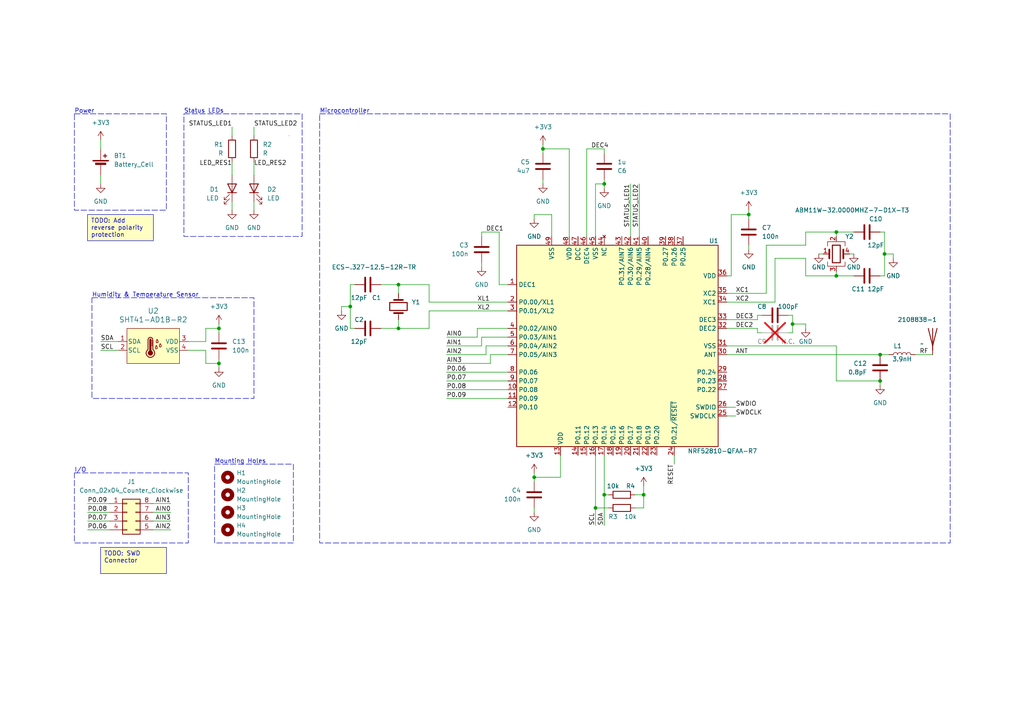
<source format=kicad_sch>
(kicad_sch (version 20230121) (generator eeschema)
  (paper "A4")
  (lib_symbols
    (symbol "Connector_Generic:Conn_02x04_Counter_Clockwise" (pin_names (offset 1.016) hide)
      (property "Reference" "J" (at 1.27 5.08 0))
      (property "Value" "Conn_02x04_Counter_Clockwise" (at 1.27 -7.62 0))
      (symbol "Conn_02x04_Counter_Clockwise_1_1"
        (rectangle (start -1.27 -4.953) (end 0 -5.207) (stroke (width 0.1524)))
        (rectangle (start -1.27 -2.413) (end 0 -2.667) (stroke (width 0.1524)))
        (rectangle (start -1.27 0.127) (end 0 -0.127) (stroke (width 0.1524)))
        (rectangle (start -1.27 2.667) (end 0 2.413) (stroke (width 0.1524)))
        (rectangle (start -1.27 3.81) (end 3.81 -6.35) (stroke (width 0.254)) (fill (type background)))
        (rectangle (start 3.81 -4.953) (end 2.54 -5.207) (stroke (width 0.1524)))
        (rectangle (start 3.81 -2.413) (end 2.54 -2.667) (stroke (width 0.1524)))
        (rectangle (start 3.81 0.127) (end 2.54 -0.127) (stroke (width 0.1524)))
        (rectangle (start 3.81 2.667) (end 2.54 2.413) (stroke (width 0.1524)))
        (pin passive line (at -5.08 2.54 0) (length 3.81) (name "Pin_1") (number "1"))
        (pin passive line (at -5.08 0 0) (length 3.81) (name "Pin_2") (number "2"))
        (pin passive line (at -5.08 -2.54 0) (length 3.81) (name "Pin_3") (number "3"))
        (pin passive line (at -5.08 -5.08 0) (length 3.81) (name "Pin_4") (number "4"))
        (pin passive line (at 7.62 -5.08 180) (length 3.81) (name "Pin_5") (number "5"))
        (pin passive line (at 7.62 -2.54 180) (length 3.81) (name "Pin_6") (number "6"))
        (pin passive line (at 7.62 0 180) (length 3.81) (name "Pin_7") (number "7"))
        (pin passive line (at 7.62 2.54 180) (length 3.81) (name "Pin_8") (number "8"))
      )
    )
    (symbol "Device:Antenna" (pin_numbers hide) (pin_names (offset 1.016) hide)
      (property "Reference" "AE" (at -1.905 1.905 0))
      (property "Value" "Antenna" (at -1.905 0 0))
      (symbol "Antenna_0_1"
        (polyline (pts (xy 0 2.54) (xy 0 -3.81)) (stroke (width 0.254)))
        (polyline (pts (xy 1.27 2.54) (xy 0 -2.54) (xy -1.27 2.54)) (stroke (width 0.254)))
      )
      (symbol "Antenna_1_1"
        (pin input line (at 0 -5.08 90) (length 2.54) (name "A") (number "1"))
      )
    )
    (symbol "Device:Battery_Cell" (pin_numbers hide) (pin_names (offset 0) hide)
      (property "Reference" "BT" (at 2.54 2.54 0))
      (property "Value" "Battery_Cell" (at 2.54 0 0))
      (symbol "Battery_Cell_0_1"
        (rectangle (start -2.286 1.778) (end 2.286 1.524) (fill (type outline)))
        (rectangle (start -1.524 1.016) (end 1.524 0.508) (fill (type outline)))
        (polyline (pts (xy 0 0.762) (xy 0 0)))
        (polyline (pts (xy 0 1.778) (xy 0 2.54)))
        (polyline (pts (xy 0.762 3.048) (xy 1.778 3.048)) (stroke (width 0.254)))
        (polyline (pts (xy 1.27 3.556) (xy 1.27 2.54)) (stroke (width 0.254)))
      )
      (symbol "Battery_Cell_1_1"
        (pin passive line (at 0 5.08 270) (length 2.54) (name "+") (number "1"))
        (pin passive line (at 0 -2.54 90) (length 2.54) (name "-") (number "2"))
      )
    )
    (symbol "Device:C" (pin_numbers hide) (pin_names (offset 0.254))
      (property "Reference" "C" (at 0.635 2.54 0))
      (property "Value" "C" (at 0.635 -2.54 0))
      (symbol "C_0_1"
        (polyline (pts (xy -2.032 -0.762) (xy 2.032 -0.762)) (stroke (width 0.508)))
        (polyline (pts (xy -2.032 0.762) (xy 2.032 0.762)) (stroke (width 0.508)))
      )
      (symbol "C_1_1"
        (pin passive line (at 0 3.81 270) (length 2.794) (name "~") (number "1"))
        (pin passive line (at 0 -3.81 90) (length 2.794) (name "~") (number "2"))
      )
    )
    (symbol "Device:Crystal" (pin_numbers hide) (pin_names (offset 1.016) hide)
      (property "Reference" "Y" (at 0 3.81 0))
      (property "Value" "Crystal" (at 0 -3.81 0))
      (symbol "Crystal_0_1"
        (rectangle (start -1.143 2.54) (end 1.143 -2.54) (stroke (width 0.3048)))
        (polyline (pts (xy -2.54 0) (xy -1.905 0)))
        (polyline (pts (xy -1.905 -1.27) (xy -1.905 1.27)) (stroke (width 0.508)))
        (polyline (pts (xy 1.905 -1.27) (xy 1.905 1.27)) (stroke (width 0.508)))
        (polyline (pts (xy 2.54 0) (xy 1.905 0)))
      )
      (symbol "Crystal_1_1"
        (pin passive line (at -3.81 0 0) (length 1.27) (name "1") (number "1"))
        (pin passive line (at 3.81 0 180) (length 1.27) (name "2") (number "2"))
      )
    )
    (symbol "Device:Crystal_GND23" (pin_names (offset 1.016) hide)
      (property "Reference" "Y" (at 3.175 5.08 0))
      (property "Value" "Crystal_GND23" (at 3.175 3.175 0))
      (symbol "Crystal_GND23_0_1"
        (rectangle (start -1.143 2.54) (end 1.143 -2.54) (stroke (width 0.3048)))
        (polyline (pts (xy -2.54 0) (xy -2.032 0)))
        (polyline (pts (xy -2.032 -1.27) (xy -2.032 1.27)) (stroke (width 0.508)))
        (polyline (pts (xy 0 -3.81) (xy 0 -3.556)))
        (polyline (pts (xy 0 3.556) (xy 0 3.81)))
        (polyline (pts (xy 2.032 -1.27) (xy 2.032 1.27)) (stroke (width 0.508)))
        (polyline (pts (xy 2.032 0) (xy 2.54 0)))
        (polyline (pts (xy -2.54 -2.286) (xy -2.54 -3.556) (xy 2.54 -3.556) (xy 2.54 -2.286)))
        (polyline (pts (xy -2.54 2.286) (xy -2.54 3.556) (xy 2.54 3.556) (xy 2.54 2.286)))
      )
      (symbol "Crystal_GND23_1_1"
        (pin passive line (at -3.81 0 0) (length 1.27) (name "1") (number "1"))
        (pin passive line (at 0 5.08 270) (length 1.27) (name "2") (number "2"))
        (pin passive line (at 0 -5.08 90) (length 1.27) (name "3") (number "3"))
        (pin passive line (at 3.81 0 180) (length 1.27) (name "4") (number "4"))
      )
    )
    (symbol "Device:L" (pin_numbers hide) (pin_names (offset 1.016) hide)
      (property "Reference" "L" (at -1.27 0 90))
      (property "Value" "L" (at 1.905 0 90))
      (symbol "L_0_1"
        (arc (start 0 -2.54) (mid 0.6323 -1.905) (end 0 -1.27))
        (arc (start 0 -1.27) (mid 0.6323 -0.635) (end 0 0))
        (arc (start 0 0) (mid 0.6323 0.635) (end 0 1.27))
        (arc (start 0 1.27) (mid 0.6323 1.905) (end 0 2.54))
      )
      (symbol "L_1_1"
        (pin passive line (at 0 3.81 270) (length 1.27) (name "1") (number "1"))
        (pin passive line (at 0 -3.81 90) (length 1.27) (name "2") (number "2"))
      )
    )
    (symbol "Device:LED" (pin_numbers hide) (pin_names (offset 1.016) hide)
      (property "Reference" "D" (at 0 2.54 0))
      (property "Value" "LED" (at 0 -2.54 0))
      (symbol "LED_0_1"
        (polyline (pts (xy -1.27 -1.27) (xy -1.27 1.27)) (stroke (width 0.254)))
        (polyline (pts (xy -1.27 0) (xy 1.27 0)))
        (polyline (pts (xy 1.27 -1.27) (xy 1.27 1.27) (xy -1.27 0) (xy 1.27 -1.27)) (stroke (width 0.254)))
        (polyline (pts (xy -3.048 -0.762) (xy -4.572 -2.286) (xy -3.81 -2.286) (xy -4.572 -2.286) (xy -4.572 -1.524)))
        (polyline (pts (xy -1.778 -0.762) (xy -3.302 -2.286) (xy -2.54 -2.286) (xy -3.302 -2.286) (xy -3.302 -1.524)))
      )
      (symbol "LED_1_1"
        (pin passive line (at -3.81 0 0) (length 2.54) (name "K") (number "1"))
        (pin passive line (at 3.81 0 180) (length 2.54) (name "A") (number "2"))
      )
    )
    (symbol "Device:R" (pin_numbers hide) (pin_names (offset 0))
      (property "Reference" "R" (at 2.032 0 90))
      (property "Value" "R" (at 0 0 90))
      (symbol "R_0_1"
        (rectangle (start -1.016 -2.54) (end 1.016 2.54) (stroke (width 0.254)))
      )
      (symbol "R_1_1"
        (pin passive line (at 0 3.81 270) (length 1.27) (name "~") (number "1"))
        (pin passive line (at 0 -3.81 90) (length 1.27) (name "~") (number "2"))
      )
    )
    (symbol "Mechanical:MountingHole" (pin_names (offset 1.016))
      (property "Reference" "H" (at 0 5.08 0))
      (property "Value" "MountingHole" (at 0 3.175 0))
      (symbol "MountingHole_0_1"
        (circle (center 0 0) (radius 1.27) (stroke (width 1.27)))
      )
    )
    (symbol "encyclopedia_galactica:NRF52810-QFAA-R7"
      (property "Reference" "U" (at 0 54.61 0))
      (property "Value" "NRF52810-QFAA-R7" (at 0 52.07 0))
      (symbol "NRF52810-QFAA-R7_0_1"
        (rectangle (start -29.21 29.21) (end 29.21 -29.21) (stroke (width 0.254)) (fill (type background)))
      )
      (symbol "NRF52810-QFAA-R7_1_1"
        (pin passive line (at -31.75 17.78 0) (length 2.54) (name "DEC1") (number "1"))
        (pin bidirectional line (at -31.75 -12.7 0) (length 2.54) (name "P0.08") (number "10"))
        (pin bidirectional line (at -31.75 -15.24 0) (length 2.54) (name "P0.09") (number "11"))
        (pin bidirectional line (at -31.75 -17.78 0) (length 2.54) (name "P0.10") (number "12"))
        (pin power_in line (at -16.51 -31.75 90) (length 2.54) (name "VDD") (number "13"))
        (pin bidirectional line (at -11.43 -31.75 90) (length 2.54) (name "P0.11") (number "14"))
        (pin bidirectional line (at -8.89 -31.75 90) (length 2.54) (name "P0.12") (number "15"))
        (pin bidirectional line (at -6.35 -31.75 90) (length 2.54) (name "P0.13") (number "16"))
        (pin bidirectional line (at -3.81 -31.75 90) (length 2.54) (name "P0.14") (number "17"))
        (pin bidirectional line (at -1.27 -31.75 90) (length 2.54) (name "P0.15") (number "18"))
        (pin bidirectional line (at 1.27 -31.75 90) (length 2.54) (name "P0.16") (number "19"))
        (pin bidirectional line (at -31.75 12.7 0) (length 2.54) (name "P0.00/XL1") (number "2"))
        (pin bidirectional line (at 3.81 -31.75 90) (length 2.54) (name "P0.17") (number "20"))
        (pin bidirectional line (at 6.35 -31.75 90) (length 2.54) (name "P0.18") (number "21"))
        (pin bidirectional line (at 8.89 -31.75 90) (length 2.54) (name "P0.19") (number "22"))
        (pin bidirectional line (at 11.43 -31.75 90) (length 2.54) (name "P0.20") (number "23"))
        (pin bidirectional line (at 16.51 -31.75 90) (length 2.54) (name "P0.21/~{RESET}") (number "24"))
        (pin input line (at 31.75 -20.32 180) (length 2.54) (name "SWDCLK") (number "25"))
        (pin bidirectional line (at 31.75 -17.78 180) (length 2.54) (name "SWDIO") (number "26"))
        (pin bidirectional line (at 31.75 -12.7 180) (length 2.54) (name "P0.22") (number "27"))
        (pin bidirectional line (at 31.75 -10.16 180) (length 2.54) (name "P0.23") (number "28"))
        (pin bidirectional line (at 31.75 -7.62 180) (length 2.54) (name "P0.24") (number "29"))
        (pin bidirectional line (at -31.75 10.16 0) (length 2.54) (name "P0.01/XL2") (number "3"))
        (pin passive line (at 31.75 -2.54 180) (length 2.54) (name "ANT") (number "30"))
        (pin power_in line (at 31.75 0 180) (length 2.54) (name "VSS") (number "31"))
        (pin passive line (at 31.75 5.08 180) (length 2.54) (name "DEC2") (number "32"))
        (pin passive line (at 31.75 7.62 180) (length 2.54) (name "DEC3") (number "33"))
        (pin input line (at 31.75 12.7 180) (length 2.54) (name "XC1") (number "34"))
        (pin input line (at 31.75 15.24 180) (length 2.54) (name "XC2") (number "35"))
        (pin passive line (at 31.75 20.32 180) (length 2.54) (name "VDD") (number "36"))
        (pin bidirectional line (at 19.05 31.75 270) (length 2.54) (name "P0.25") (number "37"))
        (pin bidirectional line (at 16.51 31.75 270) (length 2.54) (name "P0.26") (number "38"))
        (pin bidirectional line (at 13.97 31.75 270) (length 2.54) (name "P0.27") (number "39"))
        (pin bidirectional line (at -31.75 5.08 0) (length 2.54) (name "P0.02/AIN0") (number "4"))
        (pin bidirectional line (at 8.89 31.75 270) (length 2.54) (name "P0.28/AIN4") (number "40"))
        (pin bidirectional line (at 6.35 31.75 270) (length 2.54) (name "P0.29/AIN5") (number "41"))
        (pin bidirectional line (at 3.81 31.75 270) (length 2.54) (name "P0.30/AIN6") (number "42"))
        (pin bidirectional line (at 1.27 31.75 270) (length 2.54) (name "P0.31/AIN7") (number "43"))
        (pin no_connect line (at -3.81 31.75 270) (length 2.54) (name "NC") (number "44"))
        (pin passive line (at -6.35 31.75 270) (length 2.54) (name "VSS") (number "45"))
        (pin passive line (at -8.89 31.75 270) (length 2.54) (name "DEC4") (number "46"))
        (pin power_out line (at -11.43 31.75 270) (length 2.54) (name "DCC") (number "47"))
        (pin passive line (at -13.97 31.75 270) (length 2.54) (name "VDD") (number "48"))
        (pin passive line (at -19.05 31.75 270) (length 2.54) (name "VSS") (number "49"))
        (pin bidirectional line (at -31.75 2.54 0) (length 2.54) (name "P0.03/AIN1") (number "5"))
        (pin bidirectional line (at -31.75 0 0) (length 2.54) (name "P0.04/AIN2") (number "6"))
        (pin bidirectional line (at -31.75 -2.54 0) (length 2.54) (name "P0.05/AIN3") (number "7"))
        (pin bidirectional line (at -31.75 -7.62 0) (length 2.54) (name "P0.06") (number "8"))
        (pin bidirectional line (at -31.75 -10.16 0) (length 2.54) (name "P0.07") (number "9"))
      )
    )
    (symbol "encyclopedia_galactica:SHT41-AD1B-R2" (pin_names (offset 0.254))
      (property "Reference" "U" (at 0 13.97 0))
      (property "Value" "SHT41-AD1B-R2" (at 0 11.43 0))
      (symbol "SHT41-AD1B-R2_0_0"
        (polyline (pts (xy -0.7782 -2.7679) (xy -0.7538 -2.7614) (xy -0.6273 -2.7452) (xy -0.5713 -2.733) (xy -0.4386 -2.65) (xy -0.3005 -2.5149) (xy -0.1862 -2.3589) (xy -0.1253 -2.2133) (xy -0.1122 -1.9777) (xy -0.1841 -1.7536) (xy -0.3553 -1.5359) (xy -0.5465 -1.3446) (xy -0.5465 0.2882) (xy -0.5465 1.9209) (xy -0.6855 2.012) (xy -0.7691 2.0613) (xy -0.8546 2.0708) (xy -0.9634 2.012) (xy -1.1023 1.9209) (xy -1.1023 0.2767) (xy -1.1023 -1.3675) (xy -1.2424 -1.4777) (xy -1.2888 -1.5171) (xy -1.4497 -1.7284) (xy -1.5229 -1.9679) (xy -1.5126 -2.2124) (xy -1.4228 -2.4384) (xy -1.2576 -2.6226) (xy -1.0211 -2.7416) (xy -0.8813 -2.7694) (xy -0.7782 -2.7679)) (stroke (width 0.01)) (fill (type outline)))
        (polyline (pts (xy 2.1727 -0.3391) (xy 2.3119 -0.2679) (xy 2.3683 -0.175) (xy 2.3992 -0.0278) (xy 2.3871 0.0546) (xy 2.337 0.2108) (xy 2.2619 0.3868) (xy 2.177 0.5511) (xy 2.0973 0.6727) (xy 2.0379 0.7202) (xy 1.9994 0.6955) (xy 1.9245 0.5928) (xy 1.8393 0.4391) (xy 1.7593 0.2658) (xy 1.6999 0.1045) (xy 1.6767 -0.0135) (xy 1.6805 -0.0349) (xy 1.7878 -0.0349) (xy 1.7977 0.0177) (xy 1.8421 0.1542) (xy 1.9103 0.3256) (xy 2.0328 0.6103) (xy 2.1597 0.3359) (xy 2.2226 0.1922) (xy 2.2764 0.0231) (xy 2.275 -0.0919) (xy 2.2213 -0.1774) (xy 2.1655 -0.214) (xy 2.0379 -0.2441) (xy 1.9584 -0.2324) (xy 1.8367 -0.1559) (xy 1.7878 -0.0349) (xy 1.6805 -0.0349) (xy 1.6952 -0.1171) (xy 1.7686 -0.2536) (xy 1.8305 -0.3015) (xy 1.9945 -0.3498) (xy 2.1727 -0.3391)) (stroke (width 0.01)) (fill (type outline)))
        (polyline (pts (xy 1.2779 0.8852) (xy 1.3876 0.9342) (xy 1.439 1.0346) (xy 1.4494 1.2197) (xy 1.4056 1.4476) (xy 1.3104 1.6903) (xy 1.2438 1.815) (xy 1.1682 1.9333) (xy 1.1209 1.9791) (xy 1.087 1.9506) (xy 1.016 1.8457) (xy 0.9313 1.6903) (xy 0.8493 1.4902) (xy 0.7962 1.2577) (xy 0.7964 1.2083) (xy 0.8985 1.2083) (xy 0.907 1.2863) (xy 0.947 1.4367) (xy 1.0063 1.5899) (xy 1.0699 1.7089) (xy 1.1227 1.7568) (xy 1.1687 1.7194) (xy 1.2295 1.6057) (xy 1.286 1.4514) (xy 1.3252 1.2933) (xy 1.3338 1.1679) (xy 1.3235 1.1054) (xy 1.2709 1.0212) (xy 1.1467 0.9899) (xy 1.1356 0.9889) (xy 0.987 0.994) (xy 0.9164 1.0597) (xy 0.8985 1.2083) (xy 0.7964 1.2083) (xy 0.7968 1.063) (xy 0.8541 0.9342) (xy 0.9555 0.8871) (xy 1.116 0.8695) (xy 1.2779 0.8852)) (stroke (width 0.01)) (fill (type outline)))
        (polyline (pts (xy 1.1245 -0.8535) (xy 1.1312 -0.8498) (xy 1.2085 -0.7577) (xy 1.2315 -0.5895) (xy 1.2238 -0.507) (xy 1.1823 -0.3342) (xy 1.116 -0.1464) (xy 1.038 0.0259) (xy 0.9612 0.1517) (xy 0.8985 0.2005) (xy 0.864 0.1827) (xy 0.7914 0.0847) (xy 0.7123 -0.0722) (xy 0.6397 -0.2572) (xy 0.5864 -0.4397) (xy 0.5682 -0.5702) (xy 0.6762 -0.5702) (xy 0.6847 -0.4923) (xy 0.7246 -0.3419) (xy 0.784 -0.1887) (xy 0.8476 -0.0697) (xy 0.9004 -0.0218) (xy 0.9464 -0.0591) (xy 1.0072 -0.1728) (xy 1.0637 -0.3271) (xy 1.1029 -0.4853) (xy 1.1115 -0.6106) (xy 1.1012 -0.6731) (xy 1.0485 -0.7574) (xy 0.9243 -0.7887) (xy 0.9133 -0.7897) (xy 0.7647 -0.7846) (xy 0.6941 -0.7188) (xy 0.6762 -0.5702) (xy 0.5682 -0.5702) (xy 0.5656 -0.5887) (xy 0.5845 -0.7427) (xy 0.6623 -0.851) (xy 0.7257 -0.88) (xy 0.9286 -0.906) (xy 1.1245 -0.8535)) (stroke (width 0.01)) (fill (type outline)))
        (polyline (pts (xy -0.5545 -3.3797) (xy -0.2175 -3.2426) (xy 0.0945 -2.9972) (xy 0.1243 -2.9669) (xy 0.3463 -2.6832) (xy 0.4707 -2.3844) (xy 0.5089 -2.044) (xy 0.476 -1.8294) (xy 0.3828 -1.5698) (xy 0.2505 -1.3237) (xy 0.1 -1.1376) (xy -0.0463 -1.0029) (xy -0.0464 0.4742) (xy -0.0467 0.7893) (xy -0.0488 1.1761) (xy -0.0534 1.4752) (xy -0.0614 1.7005) (xy -0.0736 1.8661) (xy -0.0909 1.986) (xy -0.1139 2.0742) (xy -0.1437 2.1447) (xy -0.2598 2.3183) (xy -0.4689 2.4887) (xy -0.7142 2.5745) (xy -0.9722 2.5687) (xy -1.2192 2.4643) (xy -1.2384 2.4513) (xy -1.3421 2.3751) (xy -1.424 2.294) (xy -1.4867 2.1948) (xy -1.5327 2.0641) (xy -1.5646 1.8887) (xy -1.585 1.6553) (xy -1.5964 1.3506) (xy -1.6014 0.9613) (xy -1.6025 0.4742) (xy -1.6026 -1.0029) (xy -1.7489 -1.1376) (xy -1.8907 -1.3105) (xy -2.0247 -1.5544) (xy -2.1208 -1.8145) (xy -2.1578 -2.044) (xy -2.1575 -2.0827) (xy -2.138 -2.2218) (xy -1.9808 -2.2218) (xy -1.9707 -1.897) (xy -1.8626 -1.5804) (xy -1.6554 -1.2905) (xy -1.4358 -1.0597) (xy -1.4358 0.4346) (xy -1.4358 0.4797) (xy -1.4346 0.9365) (xy -1.4309 1.2963) (xy -1.424 1.572) (xy -1.4133 1.7764) (xy -1.398 1.9226) (xy -1.3777 2.0235) (xy -1.3515 2.0921) (xy -1.3513 2.0925) (xy -1.216 2.2564) (xy -1.0244 2.3768) (xy -0.8244 2.4237) (xy -0.7891 2.4224) (xy -0.5709 2.3561) (xy -0.3871 2.2073) (xy -0.2603 2.0002) (xy -0.2131 1.7595) (xy -0.2144 1.7118) (xy -0.2434 1.6157) (xy -0.3242 1.59) (xy -0.389 1.5745) (xy -0.4354 1.5066) (xy -0.4147 1.458) (xy -0.3242 1.4233) (xy -0.2391 1.3933) (xy -0.2131 1.2843) (xy -0.237 1.1779) (xy -0.3242 1.1454) (xy -0.389 1.1299) (xy -0.4354 1.062) (xy -0.4147 1.0134) (xy -0.3242 0.9786) (xy -0.2391 0.9486) (xy -0.2131 0.8397) (xy -0.237 0.7333) (xy -0.3242 0.7007) (xy -0.389 0.6853) (xy -0.4354 0.6174) (xy -0.4147 0.5687) (xy -0.3242 0.534) (xy -0.2391 0.504) (xy -0.2131 0.395) (xy -0.237 0.2887) (xy -0.3242 0.2561) (xy -0.389 0.2406) (xy -0.4354 0.1727) (xy -0.4147 0.1241) (xy -0.3242 0.0894) (xy -0.3128 0.0892) (xy -0.2667 0.0778) (xy -0.2375 0.0345) (xy -0.2213 -0.0606) (xy -0.2145 -0.2272) (xy -0.2131 -0.4852) (xy -0.2131 -1.0597) (xy 0.0065 -1.2905) (xy 0.1132 -1.418) (xy 0.2758 -1.7239) (xy 0.3386 -2.0486) (xy 0.3025 -2.3736) (xy 0.168 -2.6806) (xy -0.0639 -2.9511) (xy -0.1168 -2.9941) (xy -0.3007 -3.1115) (xy -0.4755 -3.1865) (xy -0.586 -3.2131) (xy -0.9384 -3.2355) (xy -1.2628 -3.1514) (xy -1.568 -2.9592) (xy -1.7106 -2.8208) (xy -1.8938 -2.5359) (xy -1.9808 -2.2218) (xy -2.138 -2.2218) (xy -2.1106 -2.4174) (xy -1.9764 -2.7137) (xy -1.7434 -2.9978) (xy -1.5826 -3.142) (xy -1.4085 -3.2682) (xy -1.2691 -3.3395) (xy -0.9161 -3.4084) (xy -0.5545 -3.3797)) (stroke (width 0.01)) (fill (type outline)))
      )
      (symbol "SHT41-AD1B-R2_1_1"
        (rectangle (start -7.62 5.08) (end 7.62 -5.08) (fill (type background)))
        (pin bidirectional line (at -10.16 1.27 0) (length 2.54) (name "SDA") (number "1"))
        (pin input line (at -10.16 -1.27 0) (length 2.54) (name "SCL") (number "2"))
        (pin power_in line (at 10.16 1.27 180) (length 2.54) (name "VDD") (number "3"))
        (pin power_out line (at 10.16 -1.27 180) (length 2.54) (name "VSS") (number "4"))
      )
    )
    (symbol "power:+3V3" (power) (pin_names (offset 0))
      (property "Value" "+3V3" (at 0 3.556 0))
      (symbol "+3V3_0_1"
        (polyline (pts (xy -0.762 1.27) (xy 0 2.54)))
        (polyline (pts (xy 0 0) (xy 0 2.54)))
        (polyline (pts (xy 0 2.54) (xy 0.762 1.27)))
      )
      (symbol "+3V3_1_1"
        (pin power_in line (at 0 0 90) (length 0) hide (name "+3V3") (number "1"))
      )
    )
    (symbol "power:GND" (power) (pin_names (offset 0))
      (property "Value" "GND" (at 0 -3.81 0))
      (symbol "GND_0_1"
        (polyline (pts (xy 0 0) (xy 0 -1.27) (xy 1.27 -1.27) (xy 0 -2.54) (xy -1.27 -1.27) (xy 0 -1.27)))
      )
      (symbol "GND_1_1"
        (pin power_in line (at 0 0 270) (length 0) hide (name "GND") (number "1"))
      )
    )
  )
  (junction (at 242.57 67.31))
  (junction (at 175.26 143.51))
  (junction (at 255.27 110.49))
  (junction (at 175.26 53.34))
  (junction (at 186.69 143.51))
  (junction (at 255.27 102.87))
  (junction (at 115.57 95.25))
  (junction (at 63.5 105.41))
  (junction (at 154.94 138.43))
  (junction (at 217.17 62.23))
  (junction (at 242.57 80.01))
  (junction (at 101.6 88.9))
  (junction (at 229.87 93.98))
  (junction (at 115.57 82.55))
  (junction (at 63.5 95.25))
  (junction (at 256.54 73.66))
  (junction (at 157.48 43.18))
  (junction (at 172.72 147.32))
  (wire (pts (xy 129.54 100.33) (xy 139.7 100.33)))
  (wire (pts (xy 139.7 76.2) (xy 139.7 77.47)))
  (wire (pts (xy 101.6 95.25) (xy 101.6 88.9)))
  (wire (pts (xy 175.26 52.07) (xy 175.26 53.34)))
  (wire (pts (xy 242.57 80.01) (xy 242.57 78.74)))
  (wire (pts (xy 212.09 80.01) (xy 210.82 80.01)))
  (wire (pts (xy 29.21 101.6) (xy 34.29 101.6)))
  (wire (pts (xy 147.32 97.79) (xy 139.7 97.79)))
  (wire (pts (xy 222.25 71.12) (xy 222.25 85.09)))
  (wire (pts (xy 157.48 52.07) (xy 157.48 53.34)))
  (wire (pts (xy 129.54 115.57) (xy 147.32 115.57)))
  (wire (pts (xy 233.68 93.98) (xy 229.87 93.98)))
  (wire (pts (xy 184.15 143.51) (xy 186.69 143.51)))
  (wire (pts (xy 224.79 74.93) (xy 233.68 74.93)))
  (wire (pts (xy 63.5 93.98) (xy 63.5 95.25)))
  (wire (pts (xy 115.57 82.55) (xy 115.57 85.09)))
  (wire (pts (xy 124.46 82.55) (xy 124.46 87.63)))
  (wire (pts (xy 265.43 102.87) (xy 270.51 102.87)))
  (wire (pts (xy 29.21 50.8) (xy 29.21 53.34)))
  (wire (pts (xy 172.72 147.32) (xy 176.53 147.32)))
  (wire (pts (xy 182.88 53.34) (xy 182.88 68.58)))
  (wire (pts (xy 140.97 100.33) (xy 140.97 102.87)))
  (wire (pts (xy 44.45 151.13) (xy 49.53 151.13)))
  (wire (pts (xy 59.69 95.25) (xy 63.5 95.25)))
  (wire (pts (xy 175.26 143.51) (xy 175.26 152.4)))
  (wire (pts (xy 256.54 80.01) (xy 256.54 73.66)))
  (wire (pts (xy 220.98 96.52) (xy 219.71 96.52)))
  (wire (pts (xy 185.42 53.34) (xy 185.42 68.58)))
  (wire (pts (xy 67.31 36.83) (xy 67.31 39.37)))
  (wire (pts (xy 175.26 143.51) (xy 176.53 143.51)))
  (wire (pts (xy 102.87 95.25) (xy 101.6 95.25)))
  (wire (pts (xy 154.94 147.32) (xy 154.94 148.59)))
  (wire (pts (xy 129.54 102.87) (xy 140.97 102.87)))
  (wire (pts (xy 129.54 107.95) (xy 147.32 107.95)))
  (wire (pts (xy 129.54 110.49) (xy 147.32 110.49)))
  (wire (pts (xy 139.7 68.58) (xy 139.7 67.31)))
  (wire (pts (xy 29.21 40.64) (xy 29.21 43.18)))
  (wire (pts (xy 154.94 138.43) (xy 162.56 138.43)))
  (wire (pts (xy 144.78 82.55) (xy 144.78 67.31)))
  (wire (pts (xy 144.78 67.31) (xy 139.7 67.31)))
  (wire (pts (xy 172.72 147.32) (xy 172.72 152.4)))
  (wire (pts (xy 147.32 95.25) (xy 138.43 95.25)))
  (wire (pts (xy 233.68 95.25) (xy 233.68 93.98)))
  (wire (pts (xy 255.27 102.87) (xy 257.81 102.87)))
  (wire (pts (xy 229.87 93.98) (xy 229.87 96.52)))
  (wire (pts (xy 59.69 99.06) (xy 59.69 95.25)))
  (wire (pts (xy 44.45 153.67) (xy 49.53 153.67)))
  (wire (pts (xy 217.17 60.96) (xy 217.17 62.23)))
  (wire (pts (xy 63.5 95.25) (xy 63.5 96.52)))
  (wire (pts (xy 242.57 67.31) (xy 233.68 67.31)))
  (wire (pts (xy 238.76 73.66) (xy 237.49 73.66)))
  (wire (pts (xy 170.18 43.18) (xy 170.18 68.58)))
  (wire (pts (xy 129.54 113.03) (xy 147.32 113.03)))
  (wire (pts (xy 220.98 91.44) (xy 219.71 91.44)))
  (wire (pts (xy 154.94 138.43) (xy 154.94 139.7)))
  (wire (pts (xy 165.1 43.18) (xy 157.48 43.18)))
  (wire (pts (xy 228.6 91.44) (xy 229.87 91.44)))
  (wire (pts (xy 25.4 148.59) (xy 31.75 148.59)))
  (wire (pts (xy 154.94 137.16) (xy 154.94 138.43)))
  (wire (pts (xy 210.82 100.33) (xy 242.57 100.33)))
  (wire (pts (xy 99.06 90.17) (xy 99.06 88.9)))
  (wire (pts (xy 210.82 102.87) (xy 255.27 102.87)))
  (wire (pts (xy 110.49 82.55) (xy 115.57 82.55)))
  (wire (pts (xy 142.24 102.87) (xy 142.24 105.41)))
  (wire (pts (xy 139.7 97.79) (xy 139.7 100.33)))
  (wire (pts (xy 157.48 41.91) (xy 157.48 43.18)))
  (wire (pts (xy 25.4 151.13) (xy 31.75 151.13)))
  (wire (pts (xy 165.1 68.58) (xy 165.1 43.18)))
  (wire (pts (xy 172.72 132.08) (xy 172.72 147.32)))
  (wire (pts (xy 224.79 74.93) (xy 224.79 87.63)))
  (wire (pts (xy 184.15 147.32) (xy 186.69 147.32)))
  (wire (pts (xy 186.69 143.51) (xy 186.69 140.97)))
  (wire (pts (xy 175.26 132.08) (xy 175.26 143.51)))
  (wire (pts (xy 242.57 67.31) (xy 242.57 68.58)))
  (wire (pts (xy 256.54 67.31) (xy 255.27 67.31)))
  (wire (pts (xy 233.68 80.01) (xy 242.57 80.01)))
  (wire (pts (xy 73.66 58.42) (xy 73.66 60.96)))
  (wire (pts (xy 195.58 132.08) (xy 195.58 134.62)))
  (wire (pts (xy 242.57 100.33) (xy 242.57 110.49)))
  (wire (pts (xy 247.65 73.66) (xy 246.38 73.66)))
  (wire (pts (xy 217.17 62.23) (xy 217.17 63.5)))
  (wire (pts (xy 138.43 95.25) (xy 138.43 97.79)))
  (wire (pts (xy 242.57 110.49) (xy 255.27 110.49)))
  (wire (pts (xy 115.57 95.25) (xy 124.46 95.25)))
  (wire (pts (xy 25.4 146.05) (xy 31.75 146.05)))
  (wire (pts (xy 210.82 95.25) (xy 219.71 95.25)))
  (wire (pts (xy 217.17 71.12) (xy 217.17 72.39)))
  (wire (pts (xy 25.4 153.67) (xy 31.75 153.67)))
  (wire (pts (xy 63.5 105.41) (xy 63.5 106.68)))
  (wire (pts (xy 157.48 43.18) (xy 157.48 44.45)))
  (wire (pts (xy 259.08 74.93) (xy 259.08 73.66)))
  (wire (pts (xy 124.46 87.63) (xy 147.32 87.63)))
  (wire (pts (xy 124.46 90.17) (xy 147.32 90.17)))
  (wire (pts (xy 67.31 58.42) (xy 67.31 60.96)))
  (wire (pts (xy 160.02 62.23) (xy 154.94 62.23)))
  (wire (pts (xy 67.31 46.99) (xy 67.31 50.8)))
  (wire (pts (xy 44.45 146.05) (xy 49.53 146.05)))
  (wire (pts (xy 115.57 82.55) (xy 124.46 82.55)))
  (wire (pts (xy 210.82 92.71) (xy 219.71 92.71)))
  (wire (pts (xy 212.09 62.23) (xy 217.17 62.23)))
  (wire (pts (xy 175.26 43.18) (xy 175.26 44.45)))
  (wire (pts (xy 228.6 96.52) (xy 229.87 96.52)))
  (wire (pts (xy 255.27 80.01) (xy 256.54 80.01)))
  (wire (pts (xy 138.43 97.79) (xy 129.54 97.79)))
  (wire (pts (xy 124.46 95.25) (xy 124.46 90.17)))
  (wire (pts (xy 175.26 53.34) (xy 175.26 54.61)))
  (wire (pts (xy 210.82 120.65) (xy 213.36 120.65)))
  (wire (pts (xy 101.6 88.9) (xy 101.6 82.55)))
  (wire (pts (xy 170.18 43.18) (xy 175.26 43.18)))
  (wire (pts (xy 73.66 46.99) (xy 73.66 50.8)))
  (wire (pts (xy 147.32 102.87) (xy 142.24 102.87)))
  (wire (pts (xy 186.69 147.32) (xy 186.69 143.51)))
  (wire (pts (xy 63.5 104.14) (xy 63.5 105.41)))
  (wire (pts (xy 224.79 87.63) (xy 210.82 87.63)))
  (wire (pts (xy 219.71 95.25) (xy 219.71 96.52)))
  (wire (pts (xy 233.68 67.31) (xy 233.68 71.12)))
  (wire (pts (xy 142.24 105.41) (xy 129.54 105.41)))
  (wire (pts (xy 44.45 148.59) (xy 49.53 148.59)))
  (wire (pts (xy 255.27 110.49) (xy 255.27 111.76)))
  (wire (pts (xy 54.61 99.06) (xy 59.69 99.06)))
  (wire (pts (xy 256.54 73.66) (xy 256.54 67.31)))
  (wire (pts (xy 172.72 53.34) (xy 175.26 53.34)))
  (wire (pts (xy 259.08 73.66) (xy 256.54 73.66)))
  (wire (pts (xy 59.69 101.6) (xy 59.69 105.41)))
  (wire (pts (xy 154.94 62.23) (xy 154.94 63.5)))
  (wire (pts (xy 160.02 68.58) (xy 160.02 62.23)))
  (wire (pts (xy 147.32 82.55) (xy 144.78 82.55)))
  (wire (pts (xy 73.66 36.83) (xy 73.66 39.37)))
  (wire (pts (xy 233.68 80.01) (xy 233.68 74.93)))
  (wire (pts (xy 247.65 67.31) (xy 242.57 67.31)))
  (wire (pts (xy 54.61 101.6) (xy 59.69 101.6)))
  (wire (pts (xy 229.87 91.44) (xy 229.87 93.98)))
  (wire (pts (xy 115.57 92.71) (xy 115.57 95.25)))
  (wire (pts (xy 29.21 99.06) (xy 34.29 99.06)))
  (wire (pts (xy 110.49 95.25) (xy 115.57 95.25)))
  (wire (pts (xy 147.32 100.33) (xy 140.97 100.33)))
  (wire (pts (xy 59.69 105.41) (xy 63.5 105.41)))
  (wire (pts (xy 162.56 132.08) (xy 162.56 138.43)))
  (wire (pts (xy 212.09 62.23) (xy 212.09 80.01)))
  (wire (pts (xy 172.72 53.34) (xy 172.72 68.58)))
  (wire (pts (xy 210.82 118.11) (xy 213.36 118.11)))
  (wire (pts (xy 222.25 71.12) (xy 233.68 71.12)))
  (wire (pts (xy 99.06 88.9) (xy 101.6 88.9)))
  (wire (pts (xy 247.65 80.01) (xy 242.57 80.01)))
  (wire (pts (xy 210.82 85.09) (xy 222.25 85.09)))
  (wire (pts (xy 101.6 82.55) (xy 102.87 82.55)))
  (wire (pts (xy 219.71 91.44) (xy 219.71 92.71)))
  (rectangle (start 53.34 33.02) (end 87.63 68.58) (stroke (width 0) (type dash)))
  (rectangle (start 21.59 137.16) (end 54.61 157.48) (stroke (width 0) (type dash)))
  (rectangle (start 21.59 33.02) (end 48.26 60.96) (stroke (width 0) (type dash)))
  (rectangle (start 92.71 33.02) (end 275.59 157.48) (stroke (width 0) (type dash)))
  (rectangle (start 26.67 86.36) (end 73.66 115.57) (stroke (width 0) (type dash)))
  (rectangle (start 62.23 134.62) (end 85.09 157.48) (stroke (width 0) (type dash)))
  (rectangle (start 83.82 39.37) (end 83.82 39.37))
  (text_box "TODO: Add reverse polarity protection" (at 25.4 62.23 0) (size 19.05 7.62) (fill (type color) (color 255 255 194 1)) (effects (font (size 1.27 1.27)) (justify left top)))
  (text_box "TODO: SWD Connector" (at 29.21 158.75 0) (size 19.05 7.62) (fill (type color) (color 255 255 194 1)) (effects (font (size 1.27 1.27)) (justify left top)))
  (text "Humidity & Temperature Sensor" (at 26.67 86.36 0) (effects (font (size 1.27 1.27)) (justify left bottom)))
  (text "Microcontroller" (at 92.71 33.02 0) (effects (font (size 1.27 1.27)) (justify left bottom)))
  (text "Mounting Holes" (at 62.23 134.62 0) (effects (font (size 1.27 1.27)) (justify left bottom)))
  (text "I/O" (at 21.59 137.16 0) (effects (font (size 1.27 1.27)) (justify left bottom)))
  (text "Status LEDs" (at 53.34 33.02 0) (effects (font (size 1.27 1.27)) (justify left bottom)))
  (text "Power" (at 21.59 33.02 0) (effects (font (size 1.27 1.27)) (justify left bottom)))
  (label "P0.06" (at 25.4 153.67 0))
  (label "ANT" (at 213.36 102.87 0))
  (label "AIN0" (at 129.54 97.79 0))
  (label "P0.06" (at 129.54 107.95 0))
  (label "SDA" (at 29.21 99.06 0))
  (label "AIN2" (at 49.53 153.67 180))
  (label "SWDIO" (at 213.36 118.11 0))
  (label "XC1" (at 213.36 85.09 0))
  (label "STATUS_LED1" (at 67.31 36.83 180))
  (label "SCL" (at 172.72 152.4 90))
  (label "DEC3" (at 213.36 92.71 0))
  (label "P0.08" (at 129.54 113.03 0))
  (label "P0.09" (at 25.4 146.05 0))
  (label "RF" (at 266.7 102.87 0))
  (label "STATUS_LED2" (at 185.42 53.34 270))
  (label "XL2" (at 138.43 90.17 0))
  (label "AIN3" (at 129.54 105.41 0))
  (label "DEC2" (at 213.36 95.25 0))
  (label "P0.08" (at 25.4 148.59 0))
  (label "AIN3" (at 49.53 151.13 180))
  (label "LED_RES1" (at 67.31 48.26 180))
  (label "DEC1" (at 140.97 67.31 0))
  (label "SDA" (at 175.26 152.4 90))
  (label "P0.07" (at 129.54 110.49 0))
  (label "SCL" (at 29.21 101.6 0))
  (label "P0.07" (at 25.4 151.13 0))
  (label "STATUS_LED2" (at 73.66 36.83 0))
  (label "P0.09" (at 129.54 115.57 0))
  (label "AIN1" (at 49.53 146.05 180))
  (label "SWDCLK" (at 213.36 120.65 0))
  (label "STATUS_LED1" (at 182.88 53.34 270))
  (label "DEC4" (at 171.45 43.18 0))
  (label "XL1" (at 138.43 87.63 0))
  (label "AIN2" (at 129.54 102.87 0))
  (label "XC2" (at 213.36 87.63 0))
  (label "LED_RES2" (at 73.66 48.26 0))
  (label "AIN1" (at 129.54 100.33 0))
  (label "RESET" (at 195.58 134.62 270))
  (label "AIN0" (at 49.53 148.59 180))
  (symbol (lib_id "power:GND") (at 237.49 73.66 0) (mirror y) (unit 1)
    (property "Reference" "#PWR016" (effects hide))
    (property "Value" "GND" (at 237.49 77.47 0))
  )
  (symbol (lib_id "Device:LED") (at 67.31 54.61 270) (mirror x) (unit 1)
    (property "Reference" "D1" (at 63.5 54.9275 90) (effects (justify right)))
    (property "Value" "LED" (at 63.5 57.4675 90) (effects (justify right)))
    (property "Footprint" "Resistor_SMD:R_0603_1608Metric" (effects hide))
  )
  (symbol (lib_id "power:+3V3") (at 63.5 93.98 0) (unit 1)
    (property "Reference" "#PWR020" (effects hide))
    (property "Value" "+3V3" (at 63.5 88.9 0))
  )
  (symbol (lib_id "Device:C") (at 106.68 95.25 270) (unit 1)
    (property "Reference" "C2" (at 104.14 92.71 90))
    (property "Value" "12pF" (at 104.14 99.06 90))
    (property "Footprint" "Capacitor_SMD:C_0603_1608Metric" (effects hide))
  )
  (symbol (lib_id "power:GND") (at 247.65 73.66 0) (mirror y) (unit 1)
    (property "Reference" "#PWR017" (effects hide))
    (property "Value" "GND" (at 247.65 77.47 0))
  )
  (symbol (lib_id "Device:C") (at 217.17 67.31 180) (unit 1)
    (property "Reference" "C7" (at 220.98 66.04 0) (effects (justify right)))
    (property "Value" "100n" (at 220.98 68.58 0) (effects (justify right)))
    (property "Footprint" "Capacitor_SMD:C_0603_1608Metric" (effects hide))
  )
  (symbol (lib_id "power:+3V3") (at 154.94 137.16 0) (unit 1)
    (property "Reference" "#PWR08" (effects hide))
    (property "Value" "+3V3" (at 154.94 132.08 0))
  )
  (symbol (lib_id "Device:C") (at 224.79 91.44 90) (unit 1)
    (property "Reference" "C8" (at 220.98 88.9 90))
    (property "Value" "100pF" (at 228.6 88.9 90))
    (property "Footprint" "Capacitor_SMD:C_0603_1608Metric" (effects hide))
  )
  (symbol (lib_id "power:GND") (at 255.27 111.76 0) (mirror y) (unit 1)
    (property "Reference" "#PWR018" (effects hide))
    (property "Value" "GND" (at 255.27 116.84 0))
  )
  (symbol (lib_id "power:GND") (at 73.66 60.96 0) (unit 1)
    (property "Reference" "#PWR04" (effects hide))
    (property "Value" "GND" (at 73.66 66.04 0))
  )
  (symbol (lib_id "power:GND") (at 63.5 106.68 0) (unit 1)
    (property "Reference" "#PWR021" (effects hide))
    (property "Value" "GND" (at 63.5 111.76 0))
  )
  (symbol (lib_id "power:GND") (at 139.7 77.47 0) (unit 1)
    (property "Reference" "#PWR06" (effects hide))
    (property "Value" "GND" (at 139.7 82.55 0))
  )
  (symbol (lib_id "Mechanical:MountingHole") (at 66.04 153.67 0) (unit 1)
    (property "Reference" "H4" (at 68.58 152.4 0) (effects (justify left)))
    (property "Value" "MountingHole" (at 68.58 154.94 0) (effects (justify left)))
    (property "Footprint" "MountingHole:MountingHole_2.2mm_M2" (effects hide))
  )
  (symbol (lib_id "power:GND") (at 157.48 53.34 0) (unit 1)
    (property "Reference" "#PWR011" (effects hide))
    (property "Value" "GND" (at 157.48 58.42 0))
  )
  (symbol (lib_id "power:+3V3") (at 217.17 60.96 0) (mirror y) (unit 1)
    (property "Reference" "#PWR013" (effects hide))
    (property "Value" "+3V3" (at 217.17 55.88 0))
  )
  (symbol (lib_id "Device:Crystal") (at 115.57 88.9 90) (unit 1)
    (property "Reference" "Y1" (at 119.38 87.63 90) (effects (justify right)))
    (property "Value" " ECS-.327-12.5-12R-TR " (at 95.25 77.47 90) (effects (justify right)))
    (property "Footprint" "encyclopedia_galactica:ECS-.327-12.5-12R-TR" (effects hide))
  )
  (symbol (lib_id "power:GND") (at 29.21 53.34 0) (unit 1)
    (property "Reference" "#PWR03" (effects hide))
    (property "Value" "GND" (at 29.21 58.42 0))
  )
  (symbol (lib_id "Device:C") (at 157.48 48.26 0) (mirror x) (unit 1)
    (property "Reference" "C5" (at 153.67 46.99 0) (effects (justify right)))
    (property "Value" "4u7" (at 153.67 49.53 0) (effects (justify right)))
    (property "Footprint" "Capacitor_SMD:C_0603_1608Metric" (effects hide))
  )
  (symbol (lib_id "Device:C") (at 106.68 82.55 270) (mirror x) (unit 1)
    (property "Reference" "C1" (at 109.22 86.36 90))
    (property "Value" "12pF" (at 104.14 86.36 90))
    (property "Footprint" "Capacitor_SMD:C_0603_1608Metric" (effects hide))
  )
  (symbol (lib_id "Device:C") (at 251.46 67.31 90) (unit 1)
    (property "Reference" "C10" (at 254 63.5 90))
    (property "Value" "12pF" (at 254 71.12 90))
    (property "Footprint" "Capacitor_SMD:C_0603_1608Metric" (effects hide))
  )
  (symbol (lib_id "encyclopedia_galactica:NRF52810-QFAA-R7") (at 179.07 100.33 0) (unit 1)
    (property "Reference" "U1" (at 207.01 69.85 0))
    (property "Value" "NRF52810-QFAA-R7" (at 209.55 130.81 0))
    (property "Footprint" "Package_DFN_QFN:QFN-48-1EP_6x6mm_P0.4mm_EP4.6x4.6mm" (effects hide))
    (property "Datasheet" "https://infocenter.nordicsemi.com/pdf/nRF52810_PS_v1.4.pdf" (effects hide))
  )
  (symbol (lib_id "power:GND") (at 154.94 148.59 0) (unit 1)
    (property "Reference" "#PWR09" (effects hide))
    (property "Value" "GND" (at 154.94 153.67 0))
  )
  (symbol (lib_id "power:GND") (at 175.26 54.61 0) (unit 1)
    (property "Reference" "#PWR012" (effects hide))
    (property "Value" "GND" (at 175.26 59.69 0))
  )
  (symbol (lib_id "power:+3V3") (at 29.21 40.64 0) (unit 1)
    (property "Reference" "#PWR02" (effects hide))
    (property "Value" "+3V3" (at 29.21 35.56 0))
  )
  (symbol (lib_id "Device:C") (at 63.5 100.33 0) (unit 1)
    (property "Reference" "C13" (at 67.31 99.06 0) (effects (justify left)))
    (property "Value" "100n" (at 67.31 101.6 0) (effects (justify left)))
    (property "Footprint" "Capacitor_SMD:C_0603_1608Metric" (effects hide))
  )
  (symbol (lib_id "Mechanical:MountingHole") (at 66.04 148.59 0) (unit 1)
    (property "Reference" "H3" (at 68.58 147.32 0) (effects (justify left)))
    (property "Value" "MountingHole" (at 68.58 149.86 0) (effects (justify left)))
    (property "Footprint" "MountingHole:MountingHole_2.2mm_M2" (effects hide))
  )
  (symbol (lib_id "Device:C") (at 139.7 72.39 0) (mirror x) (unit 1)
    (property "Reference" "C3" (at 135.89 71.12 0) (effects (justify right)))
    (property "Value" "100n" (at 135.89 73.66 0) (effects (justify right)))
    (property "Footprint" "Capacitor_SMD:C_0603_1608Metric" (effects hide))
  )
  (symbol (lib_id "Mechanical:MountingHole") (at 66.04 138.43 0) (unit 1)
    (property "Reference" "H1" (at 68.58 137.16 0) (effects (justify left)))
    (property "Value" "MountingHole" (at 68.58 139.7 0) (effects (justify left)))
    (property "Footprint" "MountingHole:MountingHole_2.2mm_M2" (effects hide))
  )
  (symbol (lib_id "power:+3V3") (at 157.48 41.91 0) (unit 1)
    (property "Reference" "#PWR010" (effects hide))
    (property "Value" "+3V3" (at 157.48 36.83 0))
  )
  (symbol (lib_id "Device:R") (at 180.34 147.32 90) (mirror x) (unit 1)
    (property "Reference" "R3" (at 177.8 149.86 90))
    (property "Value" "10k" (at 182.88 149.86 90))
    (property "Footprint" "Resistor_SMD:R_0603_1608Metric" (effects hide))
  )
  (symbol (lib_id "Device:C") (at 255.27 106.68 0) (mirror x) (unit 1)
    (property "Reference" "C12" (at 251.46 105.41 0) (effects (justify right)))
    (property "Value" "0.8pF" (at 251.46 107.95 0) (effects (justify right)))
    (property "Footprint" "Capacitor_SMD:C_0603_1608Metric" (effects hide))
  )
  (symbol (lib_id "Device:R") (at 67.31 43.18 0) (mirror y) (unit 1)
    (property "Reference" "R1" (at 64.77 41.91 0) (effects (justify left)))
    (property "Value" "R" (at 64.77 44.45 0) (effects (justify left)))
    (property "Footprint" "Resistor_SMD:R_0603_1608Metric" (effects hide))
  )
  (symbol (lib_id "Mechanical:MountingHole") (at 66.04 143.51 0) (unit 1)
    (property "Reference" "H2" (at 68.58 142.24 0) (effects (justify left)))
    (property "Value" "MountingHole" (at 68.58 144.78 0) (effects (justify left)))
    (property "Footprint" "MountingHole:MountingHole_2.2mm_M2" (effects hide))
  )
  (symbol (lib_id "power:GND") (at 217.17 72.39 0) (mirror y) (unit 1)
    (property "Reference" "#PWR014" (effects hide))
    (property "Value" "GND" (at 217.17 77.47 0))
  )
  (symbol (lib_id "power:GND") (at 259.08 74.93 0) (mirror y) (unit 1)
    (property "Reference" "#PWR019" (effects hide))
    (property "Value" "GND" (at 259.08 80.01 0))
  )
  (symbol (lib_id "power:GND") (at 67.31 60.96 0) (unit 1)
    (property "Reference" "#PWR01" (effects hide))
    (property "Value" "GND" (at 67.31 66.04 0))
  )
  (symbol (lib_id "Device:C") (at 175.26 48.26 0) (mirror y) (unit 1)
    (property "Reference" "C6" (at 179.07 49.53 0) (effects (justify right)))
    (property "Value" "1u" (at 179.07 46.99 0) (effects (justify right)))
    (property "Footprint" "Capacitor_SMD:C_0603_1608Metric" (effects hide))
  )
  (symbol (lib_id "Device:Crystal_GND23") (at 242.57 73.66 0) (unit 1)
    (property "Reference" "Y2" (at 246.38 68.58 0))
    (property "Value" "ABM11W-32.0000MHZ-7-D1X-T3 " (at 247.65 60.96 0))
    (property "Footprint" "encyclopedia_galactica:ABM11W-30.0000MHZ-7-D1X-T3" (effects hide))
  )
  (symbol (lib_id "encyclopedia_galactica:SHT41-AD1B-R2") (at 44.45 100.33 0) (unit 1)
    (property "Reference" "U2" (at 44.45 90.17 0) (effects (font (size 1.524 1.524))))
    (property "Value" "SHT41-AD1B-R2" (at 44.45 92.71 0) (effects (font (size 1.524 1.524))))
    (property "Footprint" "encyclopedia_galactica:DFN4_SHT41_SEN" (effects hide))
    (property "Datasheet" "https://sensirion.com/media/documents/33FD6951/63E1087C/Datasheet_SHT4x_1.pdf" (effects hide))
  )
  (symbol (lib_id "power:GND") (at 233.68 95.25 0) (mirror y) (unit 1)
    (property "Reference" "#PWR015" (effects hide))
    (property "Value" "GND" (at 233.68 99.06 0))
  )
  (symbol (lib_id "Device:LED") (at 73.66 54.61 90) (unit 1)
    (property "Reference" "D2" (at 77.47 54.9275 90) (effects (justify right)))
    (property "Value" "LED" (at 77.47 57.4675 90) (effects (justify right)))
    (property "Footprint" "Resistor_SMD:R_0603_1608Metric" (effects hide))
  )
  (symbol (lib_id "Connector_Generic:Conn_02x04_Counter_Clockwise") (at 36.83 148.59 0) (unit 1)
    (property "Reference" "J1" (at 38.1 139.7 0))
    (property "Value" "Conn_02x04_Counter_Clockwise" (at 38.1 142.24 0))
    (property "Footprint" "Connector_PinHeader_2.54mm:PinHeader_2x04_P2.54mm_Vertical" (effects hide))
  )
  (symbol (lib_id "power:GND") (at 154.94 63.5 0) (unit 1)
    (property "Reference" "#PWR07" (effects hide))
    (property "Value" "GND" (at 154.94 68.58 0))
  )
  (symbol (lib_id "Device:R") (at 73.66 43.18 0) (unit 1)
    (property "Reference" "R2" (at 76.2 41.91 0) (effects (justify left)))
    (property "Value" "R" (at 76.2 44.45 0) (effects (justify left)))
    (property "Footprint" "Resistor_SMD:R_0603_1608Metric" (effects hide))
  )
  (symbol (lib_id "Device:C") (at 251.46 80.01 90) (mirror x) (unit 1)
    (property "Reference" "C11" (at 248.92 83.82 90))
    (property "Value" "12pF" (at 254 83.82 90))
    (property "Footprint" "Capacitor_SMD:C_0603_1608Metric" (effects hide))
  )
  (symbol (lib_id "Device:C") (at 224.79 96.52 90) (mirror x) (unit 1) (dnp yes)
    (property "Reference" "C9" (at 220.98 99.06 90))
    (property "Value" "N.C." (at 228.6 99.06 90))
    (property "Footprint" "Capacitor_SMD:C_0603_1608Metric" (effects hide))
  )
  (symbol (lib_id "Device:L") (at 261.62 102.87 90) (unit 1)
    (property "Reference" "L1" (at 260.35 100.33 90))
    (property "Value" "3.9nH" (at 261.62 104.14 90))
    (property "Footprint" "Resistor_SMD:R_0603_1608Metric" (effects hide))
  )
  (symbol (lib_id "Device:R") (at 180.34 143.51 270) (mirror x) (unit 1)
    (property "Reference" "R4" (at 182.88 140.97 90))
    (property "Value" "10k" (at 177.8 140.97 90))
    (property "Footprint" "Resistor_SMD:R_0603_1608Metric" (effects hide))
  )
  (symbol (lib_id "Device:Antenna") (at 270.51 97.79 0) (mirror y) (unit 1)
    (property "Reference" "2108838-1" (at 271.78 92.71 0) (effects (justify left)))
    (property "Value" "~" (at 267.97 99.695 0) (effects (justify left)))
    (property "Footprint" "encyclopedia_galactica:2108838-1" (effects hide))
    (property "Datasheet" "https://www.te.com/commerce/DocumentDelivery/DDEController?Action=showdoc&DocId=Data+Sheet%7F2108838%7FA2%7Fpdf%7FEnglish%7FENG_DS_2108838_A2.pdf%7F2108838-1" (effects hide))
  )
  (symbol (lib_id "Device:C") (at 154.94 143.51 0) (mirror x) (unit 1)
    (property "Reference" "C4" (at 151.13 142.24 0) (effects (justify right)))
    (property "Value" "100n" (at 151.13 144.78 0) (effects (justify right)))
    (property "Footprint" "Capacitor_SMD:C_0603_1608Metric" (effects hide))
  )
  (symbol (lib_id "Device:Battery_Cell") (at 29.21 48.26 0) (unit 1)
    (property "Reference" "BT1" (at 33.02 45.1485 0) (effects (justify left)))
    (property "Value" "Battery_Cell" (at 33.02 47.6885 0) (effects (justify left)))
    (property "Footprint" "Battery:BatteryHolder_Keystone_3034_1x20mm" (effects hide))
  )
  (symbol (lib_id "power:+3V3") (at 186.69 140.97 0) (unit 1)
    (property "Reference" "#PWR023" (effects hide))
    (property "Value" "+3V3" (at 186.69 135.89 0))
  )
  (symbol (lib_id "power:GND") (at 99.06 90.17 0) (unit 1)
    (property "Reference" "#PWR05" (effects hide))
    (property "Value" "GND" (at 99.06 95.25 0))
  )
)
</source>
